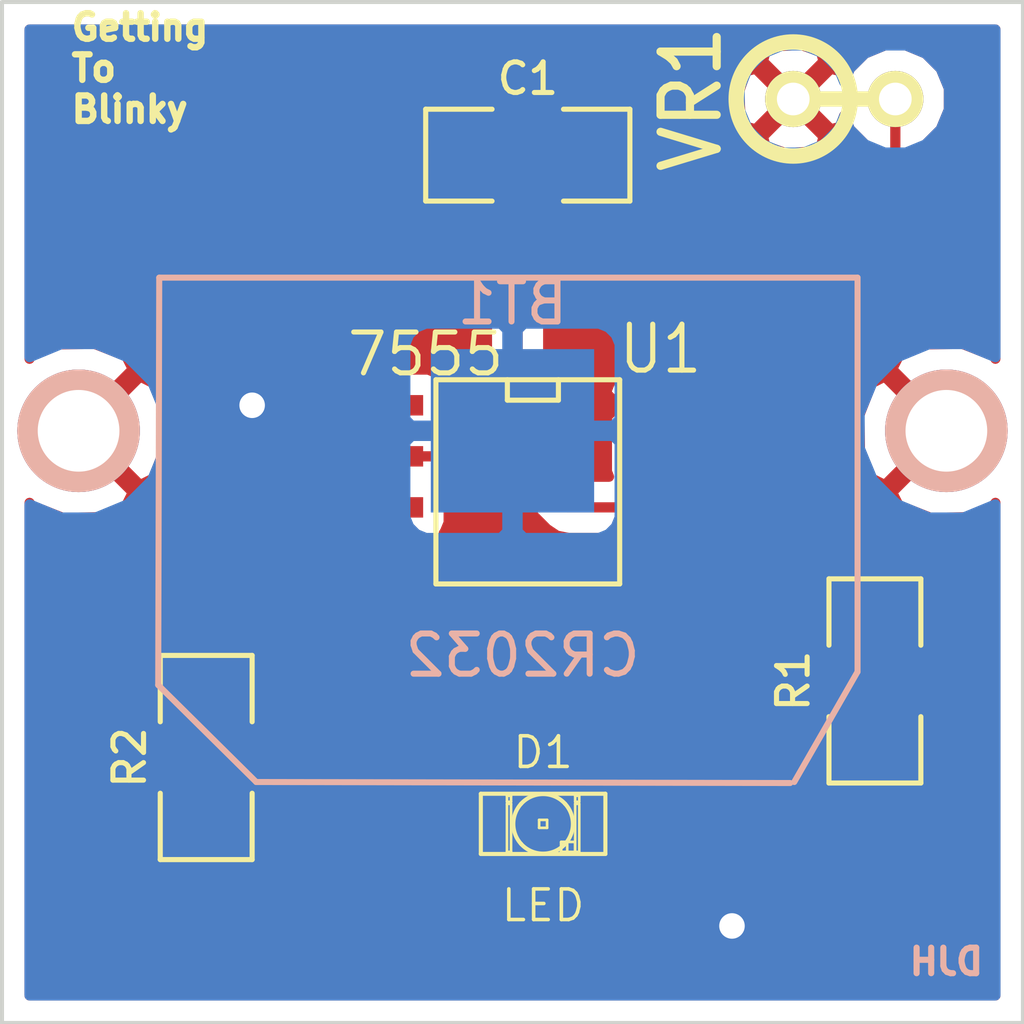
<source format=kicad_pcb>
(kicad_pcb (version 3) (host pcbnew "(2013-07-07 BZR 4022)-stable")

  (general
    (links 14)
    (no_connects 0)
    (area 210.515999 112.725999 236.016001 138.226001)
    (thickness 1.6)
    (drawings 6)
    (tracks 34)
    (zones 0)
    (modules 7)
    (nets 7)
  )

  (page A3)
  (layers
    (15 F.Cu signal)
    (0 B.Cu signal)
    (16 B.Adhes user)
    (17 F.Adhes user)
    (18 B.Paste user)
    (19 F.Paste user)
    (20 B.SilkS user)
    (21 F.SilkS user)
    (22 B.Mask user)
    (23 F.Mask user)
    (24 Dwgs.User user)
    (25 Cmts.User user)
    (26 Eco1.User user)
    (27 Eco2.User user)
    (28 Edge.Cuts user)
  )

  (setup
    (last_trace_width 0.254)
    (trace_clearance 0.254)
    (zone_clearance 0.508)
    (zone_45_only no)
    (trace_min 0.254)
    (segment_width 0.2)
    (edge_width 0.1)
    (via_size 0.889)
    (via_drill 0.635)
    (via_min_size 0.889)
    (via_min_drill 0.508)
    (uvia_size 0.508)
    (uvia_drill 0.127)
    (uvias_allowed no)
    (uvia_min_size 0.508)
    (uvia_min_drill 0.127)
    (pcb_text_width 0.3)
    (pcb_text_size 1.5 1.5)
    (mod_edge_width 0.15)
    (mod_text_size 1 1)
    (mod_text_width 0.15)
    (pad_size 3.048 3.048)
    (pad_drill 2.032)
    (pad_to_mask_clearance 0)
    (aux_axis_origin 0 0)
    (visible_elements 7FFFFFFF)
    (pcbplotparams
      (layerselection 3178497)
      (usegerberextensions true)
      (excludeedgelayer true)
      (linewidth 0.150000)
      (plotframeref false)
      (viasonmask false)
      (mode 1)
      (useauxorigin false)
      (hpglpennumber 1)
      (hpglpenspeed 20)
      (hpglpendiameter 15)
      (hpglpenoverlay 2)
      (psnegative false)
      (psa4output false)
      (plotreference true)
      (plotvalue true)
      (plotothertext true)
      (plotinvisibletext false)
      (padsonsilk false)
      (subtractmaskfromsilk false)
      (outputformat 1)
      (mirror false)
      (drillshape 1)
      (scaleselection 1)
      (outputdirectory ""))
  )

  (net 0 "")
  (net 1 GND)
  (net 2 N-000001)
  (net 3 N-000004)
  (net 4 N-000005)
  (net 5 N-000007)
  (net 6 VCC)

  (net_class Default "This is the default net class."
    (clearance 0.254)
    (trace_width 0.254)
    (via_dia 0.889)
    (via_drill 0.635)
    (uvia_dia 0.508)
    (uvia_drill 0.127)
    (add_net "")
    (add_net GND)
    (add_net N-000001)
    (add_net N-000004)
    (add_net N-000005)
    (add_net N-000007)
    (add_net VCC)
  )

  (module SO8N (layer F.Cu) (tedit 52C1B9CC) (tstamp 52BD057B)
    (at 223.647 124.714 270)
    (descr "Module CMS SOJ 8 pins large")
    (tags "CMS SOJ")
    (path /52B8C4EC)
    (attr smd)
    (fp_text reference U1 (at -3.302 -3.302 360) (layer F.SilkS)
      (effects (font (size 1.143 1.016) (thickness 0.127)))
    )
    (fp_text value 7555 (at -3.175 2.54 360) (layer F.SilkS)
      (effects (font (size 1.016 1.016) (thickness 0.127)))
    )
    (fp_line (start -2.54 -2.286) (end 2.54 -2.286) (layer F.SilkS) (width 0.127))
    (fp_line (start 2.54 -2.286) (end 2.54 2.286) (layer F.SilkS) (width 0.127))
    (fp_line (start 2.54 2.286) (end -2.54 2.286) (layer F.SilkS) (width 0.127))
    (fp_line (start -2.54 2.286) (end -2.54 -2.286) (layer F.SilkS) (width 0.127))
    (fp_line (start -2.54 -0.762) (end -2.032 -0.762) (layer F.SilkS) (width 0.127))
    (fp_line (start -2.032 -0.762) (end -2.032 0.508) (layer F.SilkS) (width 0.127))
    (fp_line (start -2.032 0.508) (end -2.54 0.508) (layer F.SilkS) (width 0.127))
    (pad 8 smd rect (at -1.905 -3.175 270) (size 0.508 1.143)
      (layers F.Cu F.Paste F.Mask)
      (net 6 VCC)
    )
    (pad 7 smd rect (at -0.635 -3.175 270) (size 0.508 1.143)
      (layers F.Cu F.Paste F.Mask)
      (net 5 N-000007)
    )
    (pad 6 smd rect (at 0.635 -3.175 270) (size 0.508 1.143)
      (layers F.Cu F.Paste F.Mask)
      (net 3 N-000004)
    )
    (pad 5 smd rect (at 1.905 -3.175 270) (size 0.508 1.143)
      (layers F.Cu F.Paste F.Mask)
    )
    (pad 4 smd rect (at 1.905 3.175 270) (size 0.508 1.143)
      (layers F.Cu F.Paste F.Mask)
      (net 6 VCC)
    )
    (pad 3 smd rect (at 0.635 3.175 270) (size 0.508 1.143)
      (layers F.Cu F.Paste F.Mask)
      (net 4 N-000005)
    )
    (pad 2 smd rect (at -0.635 3.175 270) (size 0.508 1.143)
      (layers F.Cu F.Paste F.Mask)
      (net 3 N-000004)
    )
    (pad 1 smd rect (at -1.905 3.175 270) (size 0.508 1.143)
      (layers F.Cu F.Paste F.Mask)
      (net 1 GND)
    )
    (model smd/cms_so8.wrl
      (at (xyz 0 0 0))
      (scale (xyz 0.5 0.38 0.5))
      (rotate (xyz 0 0 0))
    )
  )

  (module SM1206 (layer F.Cu) (tedit 52C1B9DA) (tstamp 52BD0587)
    (at 223.647 116.586 180)
    (path /52B8C52C)
    (attr smd)
    (fp_text reference C1 (at 0 1.905 180) (layer F.SilkS)
      (effects (font (size 0.762 0.762) (thickness 0.127)))
    )
    (fp_text value 1u (at 0 -2.032 180) (layer F.SilkS) hide
      (effects (font (size 0.762 0.762) (thickness 0.127)))
    )
    (fp_line (start -2.54 -1.143) (end -2.54 1.143) (layer F.SilkS) (width 0.127))
    (fp_line (start -2.54 1.143) (end -0.889 1.143) (layer F.SilkS) (width 0.127))
    (fp_line (start 0.889 -1.143) (end 2.54 -1.143) (layer F.SilkS) (width 0.127))
    (fp_line (start 2.54 -1.143) (end 2.54 1.143) (layer F.SilkS) (width 0.127))
    (fp_line (start 2.54 1.143) (end 0.889 1.143) (layer F.SilkS) (width 0.127))
    (fp_line (start -0.889 -1.143) (end -2.54 -1.143) (layer F.SilkS) (width 0.127))
    (pad 1 smd rect (at -1.651 0 180) (size 1.524 2.032)
      (layers F.Cu F.Paste F.Mask)
      (net 3 N-000004)
    )
    (pad 2 smd rect (at 1.651 0 180) (size 1.524 2.032)
      (layers F.Cu F.Paste F.Mask)
      (net 1 GND)
    )
    (model smd/chip_cms.wrl
      (at (xyz 0 0 0))
      (scale (xyz 0.17 0.16 0.16))
      (rotate (xyz 0 0 0))
    )
  )

  (module SM1206 (layer F.Cu) (tedit 52C1B9A1) (tstamp 52BD0593)
    (at 232.283 129.667 270)
    (path /52B8C554)
    (attr smd)
    (fp_text reference R1 (at 0 2.032 270) (layer F.SilkS)
      (effects (font (size 0.762 0.762) (thickness 0.127)))
    )
    (fp_text value 470K (at 0 -2.032 270) (layer F.SilkS) hide
      (effects (font (size 0.762 0.762) (thickness 0.127)))
    )
    (fp_line (start -2.54 -1.143) (end -2.54 1.143) (layer F.SilkS) (width 0.127))
    (fp_line (start -2.54 1.143) (end -0.889 1.143) (layer F.SilkS) (width 0.127))
    (fp_line (start 0.889 -1.143) (end 2.54 -1.143) (layer F.SilkS) (width 0.127))
    (fp_line (start 2.54 -1.143) (end 2.54 1.143) (layer F.SilkS) (width 0.127))
    (fp_line (start 2.54 1.143) (end 0.889 1.143) (layer F.SilkS) (width 0.127))
    (fp_line (start -0.889 -1.143) (end -2.54 -1.143) (layer F.SilkS) (width 0.127))
    (pad 1 smd rect (at -1.651 0 270) (size 1.524 2.032)
      (layers F.Cu F.Paste F.Mask)
      (net 5 N-000007)
    )
    (pad 2 smd rect (at 1.651 0 270) (size 1.524 2.032)
      (layers F.Cu F.Paste F.Mask)
      (net 3 N-000004)
    )
    (model smd/chip_cms.wrl
      (at (xyz 0 0 0))
      (scale (xyz 0.17 0.16 0.16))
      (rotate (xyz 0 0 0))
    )
  )

  (module SM1206 (layer F.Cu) (tedit 52C1B9A7) (tstamp 52BD059F)
    (at 215.646 131.572 270)
    (path /52B8C5E8)
    (attr smd)
    (fp_text reference R2 (at 0 1.905 270) (layer F.SilkS)
      (effects (font (size 0.762 0.762) (thickness 0.127)))
    )
    (fp_text value 1K (at 0 -2.286 270) (layer F.SilkS) hide
      (effects (font (size 0.762 0.762) (thickness 0.127)))
    )
    (fp_line (start -2.54 -1.143) (end -2.54 1.143) (layer F.SilkS) (width 0.127))
    (fp_line (start -2.54 1.143) (end -0.889 1.143) (layer F.SilkS) (width 0.127))
    (fp_line (start 0.889 -1.143) (end 2.54 -1.143) (layer F.SilkS) (width 0.127))
    (fp_line (start 2.54 -1.143) (end 2.54 1.143) (layer F.SilkS) (width 0.127))
    (fp_line (start 2.54 1.143) (end 0.889 1.143) (layer F.SilkS) (width 0.127))
    (fp_line (start -0.889 -1.143) (end -2.54 -1.143) (layer F.SilkS) (width 0.127))
    (pad 1 smd rect (at -1.651 0 270) (size 1.524 2.032)
      (layers F.Cu F.Paste F.Mask)
      (net 4 N-000005)
    )
    (pad 2 smd rect (at 1.651 0 270) (size 1.524 2.032)
      (layers F.Cu F.Paste F.Mask)
      (net 2 N-000001)
    )
    (model smd/chip_cms.wrl
      (at (xyz 0 0 0))
      (scale (xyz 0.17 0.16 0.16))
      (rotate (xyz 0 0 0))
    )
  )

  (module R1 (layer F.Cu) (tedit 52C1B9E2) (tstamp 52BD05A7)
    (at 231.521 115.189)
    (descr "Resistance verticale")
    (tags R)
    (path /52B8C5C7)
    (autoplace_cost90 10)
    (autoplace_cost180 10)
    (fp_text reference VR1 (at -3.81 0 90) (layer F.SilkS)
      (effects (font (size 1.397 1.27) (thickness 0.2032)))
    )
    (fp_text value LDR (at 0.127 3.175) (layer F.SilkS) hide
      (effects (font (size 1.397 1.27) (thickness 0.2032)))
    )
    (fp_line (start -1.27 0) (end 1.27 0) (layer F.SilkS) (width 0.381))
    (fp_circle (center -1.27 0) (end -0.635 1.27) (layer F.SilkS) (width 0.381))
    (pad 1 thru_hole circle (at -1.27 0) (size 1.397 1.397) (drill 0.8128)
      (layers *.Cu *.Mask F.SilkS)
      (net 6 VCC)
    )
    (pad 2 thru_hole circle (at 1.27 0) (size 1.397 1.397) (drill 0.8128)
      (layers *.Cu *.Mask F.SilkS)
      (net 5 N-000007)
    )
    (model discret/verti_resistor.wrl
      (at (xyz 0 0 0))
      (scale (xyz 1 1 1))
      (rotate (xyz 0 0 0))
    )
  )

  (module LED-1206 (layer F.Cu) (tedit 52C1B995) (tstamp 52BD05D1)
    (at 224.028 133.223)
    (descr "LED 1206 smd package")
    (tags "LED1206 SMD")
    (path /52B8C5F1)
    (attr smd)
    (fp_text reference D1 (at 0 -1.778) (layer F.SilkS)
      (effects (font (size 0.762 0.762) (thickness 0.0889)))
    )
    (fp_text value LED (at 0 2.032) (layer F.SilkS)
      (effects (font (size 0.762 0.762) (thickness 0.0889)))
    )
    (fp_line (start -0.09906 0.09906) (end 0.09906 0.09906) (layer F.SilkS) (width 0.06604))
    (fp_line (start 0.09906 0.09906) (end 0.09906 -0.09906) (layer F.SilkS) (width 0.06604))
    (fp_line (start -0.09906 -0.09906) (end 0.09906 -0.09906) (layer F.SilkS) (width 0.06604))
    (fp_line (start -0.09906 0.09906) (end -0.09906 -0.09906) (layer F.SilkS) (width 0.06604))
    (fp_line (start 0.44958 0.6985) (end 0.79756 0.6985) (layer F.SilkS) (width 0.06604))
    (fp_line (start 0.79756 0.6985) (end 0.79756 0.44958) (layer F.SilkS) (width 0.06604))
    (fp_line (start 0.44958 0.44958) (end 0.79756 0.44958) (layer F.SilkS) (width 0.06604))
    (fp_line (start 0.44958 0.6985) (end 0.44958 0.44958) (layer F.SilkS) (width 0.06604))
    (fp_line (start 0.79756 0.6985) (end 0.89916 0.6985) (layer F.SilkS) (width 0.06604))
    (fp_line (start 0.89916 0.6985) (end 0.89916 -0.49784) (layer F.SilkS) (width 0.06604))
    (fp_line (start 0.79756 -0.49784) (end 0.89916 -0.49784) (layer F.SilkS) (width 0.06604))
    (fp_line (start 0.79756 0.6985) (end 0.79756 -0.49784) (layer F.SilkS) (width 0.06604))
    (fp_line (start 0.79756 -0.54864) (end 0.89916 -0.54864) (layer F.SilkS) (width 0.06604))
    (fp_line (start 0.89916 -0.54864) (end 0.89916 -0.6985) (layer F.SilkS) (width 0.06604))
    (fp_line (start 0.79756 -0.6985) (end 0.89916 -0.6985) (layer F.SilkS) (width 0.06604))
    (fp_line (start 0.79756 -0.54864) (end 0.79756 -0.6985) (layer F.SilkS) (width 0.06604))
    (fp_line (start -0.89916 0.6985) (end -0.79756 0.6985) (layer F.SilkS) (width 0.06604))
    (fp_line (start -0.79756 0.6985) (end -0.79756 -0.49784) (layer F.SilkS) (width 0.06604))
    (fp_line (start -0.89916 -0.49784) (end -0.79756 -0.49784) (layer F.SilkS) (width 0.06604))
    (fp_line (start -0.89916 0.6985) (end -0.89916 -0.49784) (layer F.SilkS) (width 0.06604))
    (fp_line (start -0.89916 -0.54864) (end -0.79756 -0.54864) (layer F.SilkS) (width 0.06604))
    (fp_line (start -0.79756 -0.54864) (end -0.79756 -0.6985) (layer F.SilkS) (width 0.06604))
    (fp_line (start -0.89916 -0.6985) (end -0.79756 -0.6985) (layer F.SilkS) (width 0.06604))
    (fp_line (start -0.89916 -0.54864) (end -0.89916 -0.6985) (layer F.SilkS) (width 0.06604))
    (fp_line (start 0.44958 0.6985) (end 0.59944 0.6985) (layer F.SilkS) (width 0.06604))
    (fp_line (start 0.59944 0.6985) (end 0.59944 0.44958) (layer F.SilkS) (width 0.06604))
    (fp_line (start 0.44958 0.44958) (end 0.59944 0.44958) (layer F.SilkS) (width 0.06604))
    (fp_line (start 0.44958 0.6985) (end 0.44958 0.44958) (layer F.SilkS) (width 0.06604))
    (fp_line (start 1.5494 0.7493) (end -1.5494 0.7493) (layer F.SilkS) (width 0.1016))
    (fp_line (start -1.5494 0.7493) (end -1.5494 -0.7493) (layer F.SilkS) (width 0.1016))
    (fp_line (start -1.5494 -0.7493) (end 1.5494 -0.7493) (layer F.SilkS) (width 0.1016))
    (fp_line (start 1.5494 -0.7493) (end 1.5494 0.7493) (layer F.SilkS) (width 0.1016))
    (fp_arc (start 0 0) (end 0.54864 0.49784) (angle 95.4) (layer F.SilkS) (width 0.1016))
    (fp_arc (start 0 0) (end -0.54864 0.49784) (angle 84.5) (layer F.SilkS) (width 0.1016))
    (fp_arc (start 0 0) (end -0.54864 -0.49784) (angle 95.4) (layer F.SilkS) (width 0.1016))
    (fp_arc (start 0 0) (end 0.54864 -0.49784) (angle 84.5) (layer F.SilkS) (width 0.1016))
    (pad 1 smd rect (at -1.41986 0) (size 1.59766 1.80086)
      (layers F.Cu F.Paste F.Mask)
      (net 2 N-000001)
    )
    (pad 2 smd rect (at 1.41986 0) (size 1.59766 1.80086)
      (layers F.Cu F.Paste F.Mask)
      (net 1 GND)
    )
  )

  (module CR2032 (layer B.Cu) (tedit 52C1BA18) (tstamp 52C1AFCF)
    (at 223.266 123.444 180)
    (path /52B8C7D3)
    (fp_text reference BT1 (at 0 3.175 180) (layer B.SilkS)
      (effects (font (size 1 1) (thickness 0.15)) (justify mirror))
    )
    (fp_text value CR2032 (at -0.254 -5.588 180) (layer B.SilkS)
      (effects (font (size 1 1) (thickness 0.15)) (justify mirror))
    )
    (fp_line (start -6.9088 -8.763) (end 6.3754 -8.7376) (layer B.SilkS) (width 0.15))
    (fp_line (start 6.3754 -8.7376) (end 8.8138 -6.3246) (layer B.SilkS) (width 0.15))
    (fp_line (start 8.8138 -6.3246) (end 8.7884 3.81) (layer B.SilkS) (width 0.15))
    (fp_line (start 8.7884 3.81) (end -8.5852 3.81) (layer B.SilkS) (width 0.15))
    (fp_line (start -8.5852 3.81) (end -8.5852 -5.9944) (layer B.SilkS) (width 0.15))
    (fp_line (start -8.5852 -5.9944) (end -7.0104 -8.7376) (layer B.SilkS) (width 0.15))
    (pad 2 smd rect (at 0 0 180) (size 4.064 4.064)
      (layers B.Cu B.Paste B.Mask)
      (net 1 GND)
    )
    (pad 1 thru_hole circle (at -10.795 0 180) (size 3.048 3.048) (drill 2.032)
      (layers *.Cu *.Mask B.SilkS)
      (net 6 VCC)
    )
    (pad 1 thru_hole circle (at 10.795 0 180) (size 3.048 3.048) (drill 2.032)
      (layers *.Cu *.Mask B.SilkS)
      (net 6 VCC)
    )
  )

  (gr_text DJH (at 234.061 136.652) (layer B.SilkS)
    (effects (font (size 0.635 0.635) (thickness 0.1524)) (justify mirror))
  )
  (gr_text "Getting\nTo\nBlinky" (at 212.217 114.427) (layer F.SilkS)
    (effects (font (size 0.635 0.635) (thickness 0.15875)) (justify left))
  )
  (gr_line (start 210.566 138.176) (end 210.566 112.776) (angle 90) (layer Edge.Cuts) (width 0.1))
  (gr_line (start 235.966 138.176) (end 210.566 138.176) (angle 90) (layer Edge.Cuts) (width 0.1))
  (gr_line (start 235.966 112.776) (end 235.966 138.176) (angle 90) (layer Edge.Cuts) (width 0.1))
  (gr_line (start 210.566 112.776) (end 235.966 112.776) (angle 90) (layer Edge.Cuts) (width 0.1))

  (segment (start 220.472 122.809) (end 216.789 122.809) (width 0.254) (layer F.Cu) (net 1) (status 400000))
  (via (at 216.789 122.809) (size 0.889) (layers F.Cu B.Cu) (net 1))
  (segment (start 221.996 116.586) (end 218.948 116.586) (width 0.254) (layer F.Cu) (net 1) (status 400000))
  (segment (start 218.313 120.65) (end 220.472 122.809) (width 0.254) (layer F.Cu) (net 1) (tstamp 52C1B913) (status 800000))
  (segment (start 218.313 117.221) (end 218.313 120.65) (width 0.254) (layer F.Cu) (net 1) (tstamp 52C1B912))
  (segment (start 218.948 116.586) (end 218.313 117.221) (width 0.254) (layer F.Cu) (net 1) (tstamp 52C1B90B))
  (segment (start 225.44786 133.223) (end 227.838 133.223) (width 0.254) (layer F.Cu) (net 1))
  (via (at 228.727 135.763) (size 0.889) (layers F.Cu B.Cu) (net 1))
  (segment (start 228.727 134.112) (end 228.727 135.763) (width 0.254) (layer F.Cu) (net 1) (tstamp 52C1B7EF))
  (segment (start 227.838 133.223) (end 228.727 134.112) (width 0.254) (layer F.Cu) (net 1) (tstamp 52C1B7EE))
  (segment (start 215.646 133.223) (end 222.60814 133.223) (width 0.254) (layer F.Cu) (net 2))
  (segment (start 223.393 123.063) (end 223.393 124.079) (width 0.254) (layer F.Cu) (net 3))
  (segment (start 224.663 125.349) (end 226.822 125.349) (width 0.254) (layer F.Cu) (net 3) (tstamp 52C1B92D) (status 800000))
  (segment (start 223.393 124.079) (end 224.663 125.349) (width 0.254) (layer F.Cu) (net 3) (tstamp 52C1B927))
  (segment (start 225.298 116.586) (end 225.298 118.491) (width 0.254) (layer F.Cu) (net 3) (status 400000))
  (segment (start 222.377 124.079) (end 220.472 124.079) (width 0.254) (layer F.Cu) (net 3) (tstamp 52C1B923) (status 800000))
  (segment (start 223.393 123.063) (end 222.377 124.079) (width 0.254) (layer F.Cu) (net 3) (tstamp 52C1B920))
  (segment (start 223.393 120.396) (end 223.393 123.063) (width 0.254) (layer F.Cu) (net 3) (tstamp 52C1B91C))
  (segment (start 225.298 118.491) (end 223.393 120.396) (width 0.254) (layer F.Cu) (net 3) (tstamp 52C1B918))
  (segment (start 232.283 131.318) (end 230.124 131.318) (width 0.254) (layer F.Cu) (net 3))
  (segment (start 230.124 131.318) (end 229.87 131.064) (width 0.254) (layer F.Cu) (net 3) (tstamp 52C1B6F3))
  (segment (start 229.87 131.064) (end 229.87 126.111) (width 0.254) (layer F.Cu) (net 3) (tstamp 52C1B6FA))
  (segment (start 229.87 126.111) (end 229.108 125.349) (width 0.254) (layer F.Cu) (net 3) (tstamp 52C1B6FF))
  (segment (start 229.108 125.349) (end 226.822 125.349) (width 0.254) (layer F.Cu) (net 3) (tstamp 52C1B701))
  (segment (start 215.646 129.921) (end 215.646 128.143) (width 0.254) (layer F.Cu) (net 4))
  (segment (start 215.646 126.111) (end 216.408 125.349) (width 0.254) (layer F.Cu) (net 4) (tstamp 52C1B544))
  (segment (start 216.408 125.349) (end 220.472 125.349) (width 0.254) (layer F.Cu) (net 4) (tstamp 52C1B545))
  (segment (start 215.646 128.143) (end 215.646 126.111) (width 0.254) (layer F.Cu) (net 4))
  (segment (start 232.791 115.189) (end 232.791 117.475) (width 0.254) (layer F.Cu) (net 5))
  (segment (start 230.505 119.761) (end 230.505 124.079) (width 0.254) (layer F.Cu) (net 5) (tstamp 52C1B771))
  (segment (start 232.791 117.475) (end 230.505 119.761) (width 0.254) (layer F.Cu) (net 5) (tstamp 52C1B76E))
  (segment (start 232.283 128.016) (end 232.283 125.857) (width 0.254) (layer F.Cu) (net 5))
  (segment (start 230.505 124.079) (end 226.822 124.079) (width 0.254) (layer F.Cu) (net 5) (tstamp 52C1B6EF))
  (segment (start 232.283 125.857) (end 230.505 124.079) (width 0.254) (layer F.Cu) (net 5) (tstamp 52C1B6EB))

  (zone (net 6) (net_name VCC) (layer F.Cu) (tstamp 52C1B62C) (hatch edge 0.508)
    (connect_pads (clearance 0.508))
    (min_thickness 0.254)
    (fill (arc_segments 16) (thermal_gap 0.508) (thermal_bridge_width 0.508))
    (polygon
      (pts
        (xy 235.712 137.922) (xy 210.82 137.922) (xy 210.82 112.903) (xy 235.712 112.903)
      )
    )
    (filled_polygon
      (pts
        (xy 235.281 137.491) (xy 229.806687 137.491) (xy 229.806687 135.549216) (xy 229.642689 135.152311) (xy 229.489 134.998353)
        (xy 229.489 134.112) (xy 229.488999 134.111999) (xy 229.430996 133.820395) (xy 229.265815 133.573185) (xy 229.265815 133.573184)
        (xy 228.376815 132.684185) (xy 228.129605 132.519004) (xy 227.838 132.461) (xy 226.8818 132.461) (xy 226.8818 132.196815)
        (xy 226.785331 131.963341) (xy 226.606858 131.784557) (xy 226.373554 131.687681) (xy 226.120935 131.68746) (xy 224.523275 131.68746)
        (xy 224.289801 131.783929) (xy 224.111017 131.962402) (xy 224.027915 132.162533) (xy 223.945611 131.963341) (xy 223.767138 131.784557)
        (xy 223.533834 131.687681) (xy 223.281215 131.68746) (xy 221.683555 131.68746) (xy 221.67861 131.689503) (xy 221.67861 126.998755)
        (xy 221.6785 126.90475) (xy 221.51975 126.746) (xy 220.599 126.746) (xy 220.599 127.34925) (xy 220.75775 127.508)
        (xy 220.917745 127.50811) (xy 221.170364 127.507889) (xy 221.403668 127.411013) (xy 221.582141 127.232229) (xy 221.67861 126.998755)
        (xy 221.67861 131.689503) (xy 221.450081 131.783929) (xy 221.271297 131.962402) (xy 221.174421 132.195706) (xy 221.1742 132.448325)
        (xy 221.1742 132.461) (xy 220.345 132.461) (xy 220.345 127.34925) (xy 220.345 126.746) (xy 219.42425 126.746)
        (xy 219.2655 126.90475) (xy 219.26539 126.998755) (xy 219.361859 127.232229) (xy 219.540332 127.411013) (xy 219.773636 127.507889)
        (xy 220.026255 127.50811) (xy 220.18625 127.508) (xy 220.345 127.34925) (xy 220.345 132.461) (xy 217.29711 132.461)
        (xy 217.29711 132.335245) (xy 217.200641 132.101771) (xy 217.022168 131.922987) (xy 216.788864 131.826111) (xy 216.536245 131.82589)
        (xy 214.504245 131.82589) (xy 214.270771 131.922359) (xy 214.091987 132.100832) (xy 213.995111 132.334136) (xy 213.99489 132.586755)
        (xy 213.99489 134.110755) (xy 214.091359 134.344229) (xy 214.269832 134.523013) (xy 214.503136 134.619889) (xy 214.755755 134.62011)
        (xy 216.787755 134.62011) (xy 217.021229 134.523641) (xy 217.200013 134.345168) (xy 217.296889 134.111864) (xy 217.296999 133.985)
        (xy 221.1742 133.985) (xy 221.1742 134.249185) (xy 221.270669 134.482659) (xy 221.449142 134.661443) (xy 221.682446 134.758319)
        (xy 221.935065 134.75854) (xy 223.532725 134.75854) (xy 223.766199 134.662071) (xy 223.944983 134.483598) (xy 224.028084 134.283466)
        (xy 224.110389 134.482659) (xy 224.288862 134.661443) (xy 224.522166 134.758319) (xy 224.774785 134.75854) (xy 226.372445 134.75854)
        (xy 226.605919 134.662071) (xy 226.784703 134.483598) (xy 226.881579 134.250294) (xy 226.8818 133.997675) (xy 226.8818 133.985)
        (xy 227.522369 133.985) (xy 227.965 134.42763) (xy 227.965 134.998358) (xy 227.812378 135.150714) (xy 227.647687 135.547332)
        (xy 227.647313 135.976784) (xy 227.811311 136.373689) (xy 228.114714 136.677622) (xy 228.511332 136.842313) (xy 228.940784 136.842687)
        (xy 229.337689 136.678689) (xy 229.641622 136.375286) (xy 229.806313 135.978668) (xy 229.806687 135.549216) (xy 229.806687 137.491)
        (xy 211.251 137.491) (xy 211.251 125.235339) (xy 211.282011 125.296568) (xy 212.081464 125.610556) (xy 212.940221 125.594706)
        (xy 213.659989 125.296568) (xy 213.822701 124.975306) (xy 212.471 123.623605) (xy 212.456857 123.637747) (xy 212.277252 123.458142)
        (xy 212.291395 123.444) (xy 212.277252 123.429857) (xy 212.456857 123.250252) (xy 212.471 123.264395) (xy 213.822701 121.912694)
        (xy 213.659989 121.591432) (xy 212.860536 121.277444) (xy 212.001779 121.293294) (xy 211.282011 121.591432) (xy 211.251 121.65266)
        (xy 211.251 113.461) (xy 235.281 113.461) (xy 235.281 121.65266) (xy 235.249989 121.591432) (xy 234.450536 121.277444)
        (xy 234.12473 121.283457) (xy 234.12473 114.924914) (xy 233.922145 114.43462) (xy 233.547353 114.059174) (xy 233.057413 113.855733)
        (xy 232.526914 113.85527) (xy 232.03662 114.057855) (xy 231.661174 114.432647) (xy 231.527685 114.754122) (xy 231.420798 114.496072)
        (xy 231.185186 114.434419) (xy 231.005581 114.614024) (xy 231.005581 114.254814) (xy 230.943928 114.019202) (xy 230.44352 113.843076)
        (xy 229.913802 113.871854) (xy 229.558072 114.019202) (xy 229.496419 114.254814) (xy 230.251 115.009395) (xy 231.005581 114.254814)
        (xy 231.005581 114.614024) (xy 230.430605 115.189) (xy 231.185186 115.943581) (xy 231.420798 115.881928) (xy 231.519082 115.602683)
        (xy 231.659855 115.94338) (xy 232.029 116.313169) (xy 232.029 117.159369) (xy 231.005581 118.182788) (xy 231.005581 116.123186)
        (xy 230.251 115.368605) (xy 230.071395 115.54821) (xy 230.071395 115.189) (xy 229.316814 114.434419) (xy 229.081202 114.496072)
        (xy 228.905076 114.99648) (xy 228.933854 115.526198) (xy 229.081202 115.881928) (xy 229.316814 115.943581) (xy 230.071395 115.189)
        (xy 230.071395 115.54821) (xy 229.496419 116.123186) (xy 229.558072 116.358798) (xy 230.05848 116.534924) (xy 230.588198 116.506146)
        (xy 230.943928 116.358798) (xy 231.005581 116.123186) (xy 231.005581 118.182788) (xy 229.966185 119.222185) (xy 229.801004 119.469395)
        (xy 229.743 119.761) (xy 229.743 123.317) (xy 227.97562 123.317) (xy 228.02861 123.188755) (xy 228.02861 122.429245)
        (xy 227.932141 122.195771) (xy 227.753668 122.016987) (xy 227.520364 121.920111) (xy 227.267745 121.91989) (xy 227.10775 121.92)
        (xy 226.949 122.07875) (xy 226.949 122.682) (xy 227.86975 122.682) (xy 228.0285 122.52325) (xy 228.02861 122.429245)
        (xy 228.02861 123.188755) (xy 228.0285 123.09475) (xy 227.86975 122.936) (xy 226.949 122.936) (xy 226.949 122.956)
        (xy 226.695 122.956) (xy 226.695 122.936) (xy 226.695 122.682) (xy 226.695 122.07875) (xy 226.53625 121.92)
        (xy 226.376255 121.91989) (xy 226.123636 121.920111) (xy 225.890332 122.016987) (xy 225.711859 122.195771) (xy 225.61539 122.429245)
        (xy 225.6155 122.52325) (xy 225.77425 122.682) (xy 226.695 122.682) (xy 226.695 122.936) (xy 225.77425 122.936)
        (xy 225.6155 123.09475) (xy 225.61539 123.188755) (xy 225.711859 123.422229) (xy 225.733473 123.443881) (xy 225.712487 123.464832)
        (xy 225.615611 123.698136) (xy 225.61539 123.950755) (xy 225.61539 124.458755) (xy 225.668379 124.587) (xy 224.97863 124.587)
        (xy 224.155 123.763369) (xy 224.155 123.063) (xy 224.155 120.71163) (xy 225.836815 119.029816) (xy 225.836815 119.029815)
        (xy 226.001996 118.782605) (xy 226.059999 118.491001) (xy 226.06 118.491) (xy 226.06 118.23711) (xy 226.185755 118.23711)
        (xy 226.419229 118.140641) (xy 226.598013 117.962168) (xy 226.694889 117.728864) (xy 226.69511 117.476245) (xy 226.69511 115.444245)
        (xy 226.598641 115.210771) (xy 226.420168 115.031987) (xy 226.186864 114.935111) (xy 225.934245 114.93489) (xy 224.410245 114.93489)
        (xy 224.176771 115.031359) (xy 223.997987 115.209832) (xy 223.901111 115.443136) (xy 223.90089 115.695755) (xy 223.90089 117.727755)
        (xy 223.997359 117.961229) (xy 224.175832 118.140013) (xy 224.409136 118.236889) (xy 224.474423 118.236946) (xy 222.854185 119.857185)
        (xy 222.689004 120.104395) (xy 222.631 120.396) (xy 222.631 122.747369) (xy 222.061369 123.317) (xy 221.625597 123.317)
        (xy 221.678389 123.189864) (xy 221.67861 122.937245) (xy 221.67861 122.429245) (xy 221.582141 122.195771) (xy 221.403668 122.016987)
        (xy 221.170364 121.920111) (xy 220.917745 121.91989) (xy 220.66052 121.91989) (xy 219.075 120.33437) (xy 219.075 117.53663)
        (xy 219.26363 117.348) (xy 220.59889 117.348) (xy 220.59889 117.727755) (xy 220.695359 117.961229) (xy 220.873832 118.140013)
        (xy 221.107136 118.236889) (xy 221.359755 118.23711) (xy 222.883755 118.23711) (xy 223.117229 118.140641) (xy 223.296013 117.962168)
        (xy 223.392889 117.728864) (xy 223.39311 117.476245) (xy 223.39311 115.444245) (xy 223.296641 115.210771) (xy 223.118168 115.031987)
        (xy 222.884864 114.935111) (xy 222.632245 114.93489) (xy 221.108245 114.93489) (xy 220.874771 115.031359) (xy 220.695987 115.209832)
        (xy 220.599111 115.443136) (xy 220.59889 115.695755) (xy 220.59889 115.824) (xy 218.948 115.824) (xy 218.656395 115.882004)
        (xy 218.409184 116.047185) (xy 217.774185 116.682185) (xy 217.609004 116.929395) (xy 217.551 117.221) (xy 217.551 120.65)
        (xy 217.609004 120.941605) (xy 217.774185 121.188815) (xy 218.632369 122.047) (xy 217.553641 122.047) (xy 217.401286 121.894378)
        (xy 217.004668 121.729687) (xy 216.575216 121.729313) (xy 216.178311 121.893311) (xy 215.874378 122.196714) (xy 215.709687 122.593332)
        (xy 215.709313 123.022784) (xy 215.873311 123.419689) (xy 216.176714 123.723622) (xy 216.573332 123.888313) (xy 217.002784 123.888687)
        (xy 217.399689 123.724689) (xy 217.553646 123.571) (xy 219.318402 123.571) (xy 219.265611 123.698136) (xy 219.26539 123.950755)
        (xy 219.26539 124.458755) (xy 219.318379 124.587) (xy 216.408 124.587) (xy 216.116395 124.645004) (xy 215.869184 124.810185)
        (xy 215.107185 125.572185) (xy 214.942004 125.819395) (xy 214.884 126.111) (xy 214.884 128.143) (xy 214.884 128.52389)
        (xy 214.637556 128.52389) (xy 214.637556 123.833536) (xy 214.621706 122.974779) (xy 214.323568 122.255011) (xy 214.002306 122.092299)
        (xy 212.650605 123.444) (xy 214.002306 124.795701) (xy 214.323568 124.632989) (xy 214.637556 123.833536) (xy 214.637556 128.52389)
        (xy 214.504245 128.52389) (xy 214.270771 128.620359) (xy 214.091987 128.798832) (xy 213.995111 129.032136) (xy 213.99489 129.284755)
        (xy 213.99489 130.808755) (xy 214.091359 131.042229) (xy 214.269832 131.221013) (xy 214.503136 131.317889) (xy 214.755755 131.31811)
        (xy 216.787755 131.31811) (xy 217.021229 131.221641) (xy 217.200013 131.043168) (xy 217.296889 130.809864) (xy 217.29711 130.557245)
        (xy 217.29711 129.033245) (xy 217.200641 128.799771) (xy 217.022168 128.620987) (xy 216.788864 128.524111) (xy 216.536245 128.52389)
        (xy 216.408 128.52389) (xy 216.408 128.143) (xy 216.408 126.42663) (xy 216.72363 126.111) (xy 219.318379 126.111)
        (xy 219.26539 126.239245) (xy 219.2655 126.33325) (xy 219.42425 126.492) (xy 220.345 126.492) (xy 220.345 126.472)
        (xy 220.599 126.472) (xy 220.599 126.492) (xy 221.51975 126.492) (xy 221.6785 126.33325) (xy 221.67861 126.239245)
        (xy 221.582141 126.005771) (xy 221.560526 125.984118) (xy 221.581513 125.963168) (xy 221.678389 125.729864) (xy 221.67861 125.477245)
        (xy 221.67861 124.969245) (xy 221.62562 124.841) (xy 222.377 124.841) (xy 222.377 124.840999) (xy 222.668604 124.782996)
        (xy 222.668605 124.782996) (xy 222.87887 124.6425) (xy 224.124184 125.887815) (xy 224.124185 125.887815) (xy 224.371395 126.052996)
        (xy 224.663 126.111) (xy 225.668402 126.111) (xy 225.615611 126.238136) (xy 225.61539 126.490755) (xy 225.61539 126.998755)
        (xy 225.711859 127.232229) (xy 225.890332 127.411013) (xy 226.123636 127.507889) (xy 226.376255 127.50811) (xy 227.519255 127.50811)
        (xy 227.752729 127.411641) (xy 227.931513 127.233168) (xy 228.028389 126.999864) (xy 228.02861 126.747245) (xy 228.02861 126.239245)
        (xy 227.97562 126.111) (xy 228.792369 126.111) (xy 229.108 126.42663) (xy 229.108 131.064) (xy 229.166004 131.355605)
        (xy 229.331185 131.602815) (xy 229.585184 131.856815) (xy 229.585185 131.856815) (xy 229.832395 132.021996) (xy 230.124 132.08)
        (xy 230.63189 132.08) (xy 230.63189 132.205755) (xy 230.728359 132.439229) (xy 230.906832 132.618013) (xy 231.140136 132.714889)
        (xy 231.392755 132.71511) (xy 233.424755 132.71511) (xy 233.658229 132.618641) (xy 233.837013 132.440168) (xy 233.933889 132.206864)
        (xy 233.93411 131.954245) (xy 233.93411 130.430245) (xy 233.837641 130.196771) (xy 233.659168 130.017987) (xy 233.425864 129.921111)
        (xy 233.173245 129.92089) (xy 231.141245 129.92089) (xy 230.907771 130.017359) (xy 230.728987 130.195832) (xy 230.632111 130.429136)
        (xy 230.632 130.556) (xy 230.632 128.904021) (xy 230.728359 129.137229) (xy 230.906832 129.316013) (xy 231.140136 129.412889)
        (xy 231.392755 129.41311) (xy 233.424755 129.41311) (xy 233.658229 129.316641) (xy 233.837013 129.138168) (xy 233.933889 128.904864)
        (xy 233.93411 128.652245) (xy 233.93411 127.128245) (xy 233.837641 126.894771) (xy 233.659168 126.715987) (xy 233.425864 126.619111)
        (xy 233.173245 126.61889) (xy 233.045 126.61889) (xy 233.045 125.857) (xy 233.044999 125.856999) (xy 232.986996 125.565395)
        (xy 232.821815 125.318185) (xy 232.821815 125.318184) (xy 231.267 123.763369) (xy 231.267 120.07663) (xy 233.329815 118.013816)
        (xy 233.329815 118.013815) (xy 233.494996 117.766605) (xy 233.552999 117.475) (xy 233.553 117.475) (xy 233.553 116.312538)
        (xy 233.920826 115.945353) (xy 234.124267 115.455413) (xy 234.12473 114.924914) (xy 234.12473 121.283457) (xy 233.591779 121.293294)
        (xy 232.872011 121.591432) (xy 232.709299 121.912694) (xy 234.061 123.264395) (xy 234.075142 123.250252) (xy 234.254747 123.429857)
        (xy 234.240605 123.444) (xy 234.254747 123.458142) (xy 234.075142 123.637747) (xy 234.061 123.623605) (xy 233.881395 123.80321)
        (xy 233.881395 123.444) (xy 232.529694 122.092299) (xy 232.208432 122.255011) (xy 231.894444 123.054464) (xy 231.910294 123.913221)
        (xy 232.208432 124.632989) (xy 232.529694 124.795701) (xy 233.881395 123.444) (xy 233.881395 123.80321) (xy 232.709299 124.975306)
        (xy 232.872011 125.296568) (xy 233.671464 125.610556) (xy 234.530221 125.594706) (xy 235.249989 125.296568) (xy 235.281 125.235339)
        (xy 235.281 137.491)
      )
    )
  )
  (zone (net 1) (net_name GND) (layer B.Cu) (tstamp 52C1B799) (hatch edge 0.508)
    (connect_pads (clearance 0.508))
    (min_thickness 0.254)
    (fill (arc_segments 16) (thermal_gap 0.508) (thermal_bridge_width 0.508))
    (polygon
      (pts
        (xy 235.712 137.922) (xy 210.82 137.922) (xy 210.82 112.903) (xy 235.712 112.903)
      )
    )
    (filled_polygon
      (pts
        (xy 235.281 137.491) (xy 225.93311 137.491) (xy 225.93311 125.350245) (xy 225.93311 121.537755) (xy 225.932889 121.285136)
        (xy 225.836013 121.051832) (xy 225.657229 120.873359) (xy 225.423755 120.77689) (xy 223.55175 120.777) (xy 223.393 120.93575)
        (xy 223.393 123.317) (xy 225.77425 123.317) (xy 225.933 123.15825) (xy 225.93311 121.537755) (xy 225.93311 125.350245)
        (xy 225.933 123.72975) (xy 225.77425 123.571) (xy 223.393 123.571) (xy 223.393 125.95225) (xy 223.55175 126.111)
        (xy 225.423755 126.11111) (xy 225.657229 126.014641) (xy 225.836013 125.836168) (xy 225.932889 125.602864) (xy 225.93311 125.350245)
        (xy 225.93311 137.491) (xy 223.139 137.491) (xy 223.139 125.95225) (xy 223.139 123.571) (xy 223.139 123.317)
        (xy 223.139 120.93575) (xy 222.98025 120.777) (xy 221.108245 120.77689) (xy 220.874771 120.873359) (xy 220.695987 121.051832)
        (xy 220.599111 121.285136) (xy 220.59889 121.537755) (xy 220.599 123.15825) (xy 220.75775 123.317) (xy 223.139 123.317)
        (xy 223.139 123.571) (xy 220.75775 123.571) (xy 220.599 123.72975) (xy 220.59889 125.350245) (xy 220.599111 125.602864)
        (xy 220.695987 125.836168) (xy 220.874771 126.014641) (xy 221.108245 126.11111) (xy 222.98025 126.111) (xy 223.139 125.95225)
        (xy 223.139 137.491) (xy 211.251 137.491) (xy 211.251 125.275142) (xy 212.039664 125.602624) (xy 212.898567 125.603374)
        (xy 213.692377 125.275378) (xy 214.300244 124.668572) (xy 214.629624 123.875336) (xy 214.630374 123.016433) (xy 214.302378 122.222623)
        (xy 213.695572 121.614756) (xy 212.902336 121.285376) (xy 212.043433 121.284626) (xy 211.251 121.612053) (xy 211.251 113.461)
        (xy 235.281 113.461) (xy 235.281 121.612857) (xy 234.492336 121.285376) (xy 234.12473 121.285055) (xy 234.12473 114.924914)
        (xy 233.922145 114.43462) (xy 233.547353 114.059174) (xy 233.057413 113.855733) (xy 232.526914 113.85527) (xy 232.03662 114.057855)
        (xy 231.661174 114.432647) (xy 231.520906 114.770448) (xy 231.382145 114.43462) (xy 231.007353 114.059174) (xy 230.517413 113.855733)
        (xy 229.986914 113.85527) (xy 229.49662 114.057855) (xy 229.121174 114.432647) (xy 228.917733 114.922587) (xy 228.91727 115.453086)
        (xy 229.119855 115.94338) (xy 229.494647 116.318826) (xy 229.984587 116.522267) (xy 230.515086 116.52273) (xy 231.00538 116.320145)
        (xy 231.380826 115.945353) (xy 231.521093 115.607551) (xy 231.659855 115.94338) (xy 232.034647 116.318826) (xy 232.524587 116.522267)
        (xy 233.055086 116.52273) (xy 233.54538 116.320145) (xy 233.920826 115.945353) (xy 234.124267 115.455413) (xy 234.12473 114.924914)
        (xy 234.12473 121.285055) (xy 233.633433 121.284626) (xy 232.839623 121.612622) (xy 232.231756 122.219428) (xy 231.902376 123.012664)
        (xy 231.901626 123.871567) (xy 232.229622 124.665377) (xy 232.836428 125.273244) (xy 233.629664 125.602624) (xy 234.488567 125.603374)
        (xy 235.281 125.275946) (xy 235.281 137.491)
      )
    )
  )
)

</source>
